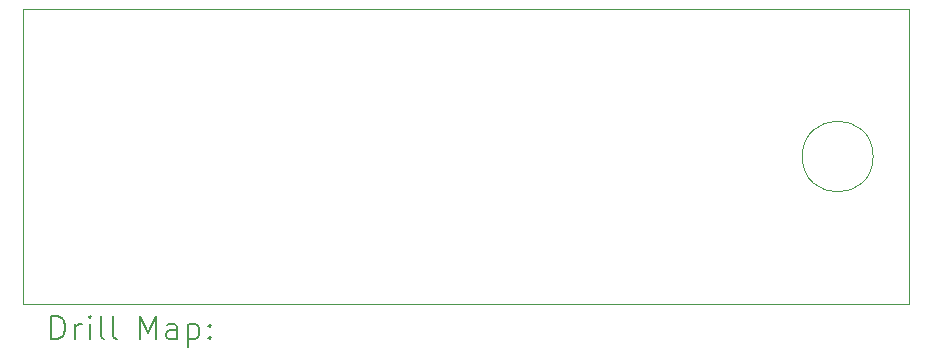
<source format=gbr>
%FSLAX45Y45*%
G04 Gerber Fmt 4.5, Leading zero omitted, Abs format (unit mm)*
G04 Created by KiCad (PCBNEW (6.99.0-2103-gdc6c27b686)) date 2022-07-02 11:52:26*
%MOMM*%
%LPD*%
G01*
G04 APERTURE LIST*
%TA.AperFunction,Profile*%
%ADD10C,0.100000*%
%TD*%
%ADD11C,0.200000*%
G04 APERTURE END LIST*
D10*
X10000000Y-5000000D02*
X17500000Y-5000000D01*
X17500000Y-5000000D02*
X17500000Y-7500000D01*
X17500000Y-7500000D02*
X10000000Y-7500000D01*
X10000000Y-7500000D02*
X10000000Y-5000000D01*
X17200000Y-6250000D02*
G75*
G03*
X17200000Y-6250000I-300000J0D01*
G01*
D11*
X10242619Y-7798476D02*
X10242619Y-7598476D01*
X10242619Y-7598476D02*
X10290238Y-7598476D01*
X10290238Y-7598476D02*
X10318810Y-7608000D01*
X10318810Y-7608000D02*
X10337857Y-7627048D01*
X10337857Y-7627048D02*
X10347381Y-7646095D01*
X10347381Y-7646095D02*
X10356905Y-7684190D01*
X10356905Y-7684190D02*
X10356905Y-7712762D01*
X10356905Y-7712762D02*
X10347381Y-7750857D01*
X10347381Y-7750857D02*
X10337857Y-7769905D01*
X10337857Y-7769905D02*
X10318810Y-7788952D01*
X10318810Y-7788952D02*
X10290238Y-7798476D01*
X10290238Y-7798476D02*
X10242619Y-7798476D01*
X10442619Y-7798476D02*
X10442619Y-7665143D01*
X10442619Y-7703238D02*
X10452143Y-7684190D01*
X10452143Y-7684190D02*
X10461667Y-7674667D01*
X10461667Y-7674667D02*
X10480714Y-7665143D01*
X10480714Y-7665143D02*
X10499762Y-7665143D01*
X10566429Y-7798476D02*
X10566429Y-7665143D01*
X10566429Y-7598476D02*
X10556905Y-7608000D01*
X10556905Y-7608000D02*
X10566429Y-7617524D01*
X10566429Y-7617524D02*
X10575952Y-7608000D01*
X10575952Y-7608000D02*
X10566429Y-7598476D01*
X10566429Y-7598476D02*
X10566429Y-7617524D01*
X10690238Y-7798476D02*
X10671190Y-7788952D01*
X10671190Y-7788952D02*
X10661667Y-7769905D01*
X10661667Y-7769905D02*
X10661667Y-7598476D01*
X10795000Y-7798476D02*
X10775952Y-7788952D01*
X10775952Y-7788952D02*
X10766429Y-7769905D01*
X10766429Y-7769905D02*
X10766429Y-7598476D01*
X10991190Y-7798476D02*
X10991190Y-7598476D01*
X10991190Y-7598476D02*
X11057857Y-7741333D01*
X11057857Y-7741333D02*
X11124524Y-7598476D01*
X11124524Y-7598476D02*
X11124524Y-7798476D01*
X11305476Y-7798476D02*
X11305476Y-7693714D01*
X11305476Y-7693714D02*
X11295952Y-7674667D01*
X11295952Y-7674667D02*
X11276905Y-7665143D01*
X11276905Y-7665143D02*
X11238809Y-7665143D01*
X11238809Y-7665143D02*
X11219762Y-7674667D01*
X11305476Y-7788952D02*
X11286428Y-7798476D01*
X11286428Y-7798476D02*
X11238809Y-7798476D01*
X11238809Y-7798476D02*
X11219762Y-7788952D01*
X11219762Y-7788952D02*
X11210238Y-7769905D01*
X11210238Y-7769905D02*
X11210238Y-7750857D01*
X11210238Y-7750857D02*
X11219762Y-7731809D01*
X11219762Y-7731809D02*
X11238809Y-7722286D01*
X11238809Y-7722286D02*
X11286428Y-7722286D01*
X11286428Y-7722286D02*
X11305476Y-7712762D01*
X11400714Y-7665143D02*
X11400714Y-7865143D01*
X11400714Y-7674667D02*
X11419762Y-7665143D01*
X11419762Y-7665143D02*
X11457857Y-7665143D01*
X11457857Y-7665143D02*
X11476905Y-7674667D01*
X11476905Y-7674667D02*
X11486428Y-7684190D01*
X11486428Y-7684190D02*
X11495952Y-7703238D01*
X11495952Y-7703238D02*
X11495952Y-7760381D01*
X11495952Y-7760381D02*
X11486428Y-7779428D01*
X11486428Y-7779428D02*
X11476905Y-7788952D01*
X11476905Y-7788952D02*
X11457857Y-7798476D01*
X11457857Y-7798476D02*
X11419762Y-7798476D01*
X11419762Y-7798476D02*
X11400714Y-7788952D01*
X11581667Y-7779428D02*
X11591190Y-7788952D01*
X11591190Y-7788952D02*
X11581667Y-7798476D01*
X11581667Y-7798476D02*
X11572143Y-7788952D01*
X11572143Y-7788952D02*
X11581667Y-7779428D01*
X11581667Y-7779428D02*
X11581667Y-7798476D01*
X11581667Y-7674667D02*
X11591190Y-7684190D01*
X11591190Y-7684190D02*
X11581667Y-7693714D01*
X11581667Y-7693714D02*
X11572143Y-7684190D01*
X11572143Y-7684190D02*
X11581667Y-7674667D01*
X11581667Y-7674667D02*
X11581667Y-7693714D01*
M02*

</source>
